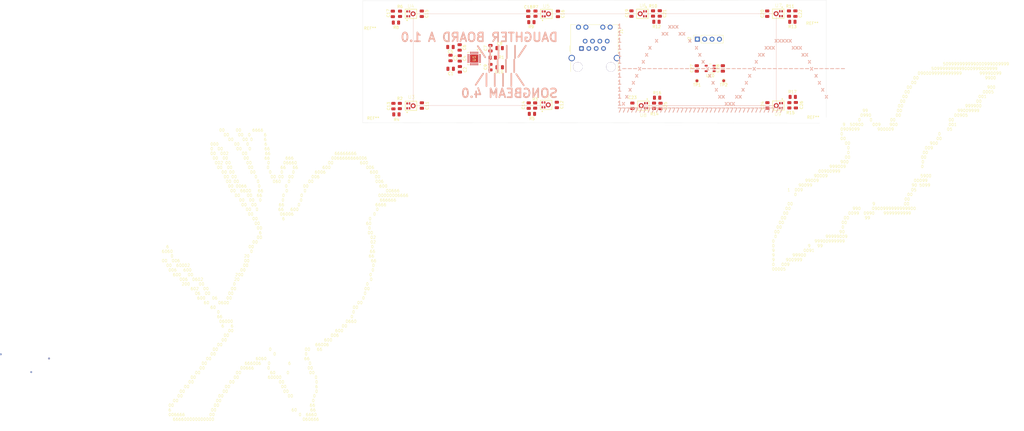
<source format=kicad_pcb>
(kicad_pcb (version 20241229) (generator "pcbnew") (generator_version "9.0")
  (title_block (title "Daughter Board A") (date "2026-01-06") (rev "1.0") (company "Royal Holloway") (comment 1 "Creative Commons Attribution 4.0 International License") (comment 2 "Sohil, Saaria., Lachlan, Robert.") (comment 3 "Q. Oliva, Marcos., Lies, Zandberg.,"))
  (layers (0 "F.Cu" signal) (2 "B.Cu" signal) (13 "F.Paste" user) (15 "B.Paste" user) (5 "F.SilkS" user "F.Silkscreen") (7 "B.SilkS" user "B.Silkscreen") (1 "F.Mask" user) (3 "B.Mask" user) (25 "Edge.Cuts" user))
  (net 0 "")
  (net 1 "GND")
  (net 2 "+1V8")
  (net 3 "Net-(U1-MICBIAS)")
  (net 4 "Net-(U1-AREG)")
  (net 5 "+3.3V")
  (net 6 "Net-(U1-VREF)")
  (net 7 "Net-(U1-DREG)")
  (net 8 "/SDA_SSZ")
  (net 9 "/FSYNC")
  (net 10 "/SHDNZ")
  (net 11 "/SCL_MOSI")
  (net 12 "/SDOUT")
  (net 13 "Net-(J2-Pin_2)")
  (net 14 "Net-(U1-PDMDIN3_GPI3)")
  (net 15 "Net-(J2-Pin_3)")
  (net 16 "Net-(J2-Pin_4)")
  (net 17 "Net-(U1-PDMDIN1_GPI1)")
  (net 18 "Net-(J2-Pin_1)")
  (net 19 "Net-(U1-PDMDIN4_GPI4)")
  (net 20 "Net-(U1-SDOUT)")
  (net 21 "Net-(U1-PDMCLK4_GPO4)")
  (net 22 "/BCLK")
  (net 23 "Net-(U1-PDMLK1_GPO1)")
  (net 24 "Net-(U1-PDMCLK3_GPO3)")
  (net 26 "Net-(U1-PDMLK2_GPO2)")
  (net 27 "Net-(U1-PDMDIN2_GPI2)")
  (footprint "Capacitor_SMD:C_0805_2012Metric" (layer "F.Cu") (at 161.35 111.701 90)
    (property "Reference" "C23" (at 2.875 0.05 0) (layer "F.SilkS"))
    (property "Value" "100nF" (hide yes))
    (pad "1" smd roundrect (at -0.95 0 90) (size 1 1.45) (layers "F.Cu" "F.Mask" "F.Paste") (net 2 "+1V8"))
    (pad "2" smd roundrect (at 0.95 0 90) (size 1 1.45) (layers "F.Cu" "F.Mask" "F.Paste") (net 1 "GND"))
  )
  (footprint "IM66D132H:IFX-PG-TLGA-5N-9-V" (layer "F.Cu") (at 131.278498 111.381027 90)
    (property "Reference" "U2" (at 2.162 -0.715 0) (layer "F.SilkS") (effects (font (size 1.18168 1.18168) (thickness 0.08832)) (justify left bottom)))
    (property "Value" "IM66D132H" (hide yes))
    (fp_circle (center 0 1.037) (end 0.6775 1.037) (stroke (width 0.37)) (fill no) (layer "F.Cu"))
    (pad "" np_thru_hole circle (at 0 1.037 90) (size 0.6 0.6) (drill 0.6) (layers "*.Cu" "*.Mask"))
    (pad "1" smd rect (at -0.838 -1.037) (size 0.54 0.75) (layers "F.Cu" "F.Mask") (net 15 "Net-(J2-Pin_3)"))
    (pad "2" smd rect (at -0.838 -0.215) (size 0.54 0.75) (layers "F.Cu" "F.Mask") (net 2 "+1V8"))
    (pad "3" smd roundrect (at 0 0.3595) (size 0.3 0.3) (layers "F.Cu") (roundrect_rratio 0.5) (net 1 "GND"))
    (pad "4" smd rect (at 0.838 -0.215) (size 0.54 0.75) (layers "F.Cu" "F.Mask") (net 24 "Net-(U1-PDMCLK3_GPO3)"))
    (pad "5" smd rect (at 0.838 -1.037) (size 0.54 0.75) (layers "F.Cu" "F.Mask") (net 2 "+1V8"))
  )
  (footprint "Capacitor_SMD:C_0805_2012Metric" (layer "F.Cu") (at 207.9 79.9 90)
    (property "Reference" "C20" (at 0 -1.68 90) (layer "F.SilkS"))
    (property "Value" "100nF" (hide yes))
    (pad "1" smd roundrect (at -0.95 0 90) (size 1 1.45) (layers "F.Cu" "F.Mask" "F.Paste") (net 2 "+1V8"))
    (pad "2" smd roundrect (at 0.95 0 90) (size 1 1.45) (layers "F.Cu" "F.Mask" "F.Paste") (net 1 "GND"))
  )
  (footprint "Capacitor_SMD:C_0805_2012Metric" (layer "F.Cu") (at 98.625 98.925 180)
    (property "Reference" "C1" (at 0 -1.68 0) (layer "F.SilkS"))
    (property "Value" "10uF" (hide yes))
    (pad "1" smd roundrect (at -0.95 0 180) (size 1 1.45) (layers "F.Cu" "F.Mask" "F.Paste") (net 2 "+1V8"))
    (pad "2" smd roundrect (at 0.95 0 180) (size 1 1.45) (layers "F.Cu" "F.Mask" "F.Paste") (net 1 "GND"))
  )
  (footprint "Resistor_SMD:R_0805_2012Metric" (layer "F.Cu") (at 126.4895 82.813)
    (property "Reference" "R9" (at -0.0875 1.626 0) (layer "F.SilkS"))
    (property "Value" "100K" (hide yes))
    (pad "1" smd roundrect (at -0.9125 0) (size 1.025 1.4) (layers "F.Cu" "F.Mask" "F.Paste") (roundrect_rratio 0.243902) (net 27 "Net-(U1-PDMDIN2_GPI2)"))
    (pad "2" smd roundrect (at 0.9125 0) (size 1.025 1.4) (layers "F.Cu" "F.Mask" "F.Paste") (roundrect_rratio 0.243902) (net 1 "GND"))
  )
  (footprint "Resistor_SMD:R_0805_2012Metric" (layer "F.Cu") (at 216.7125 108.625)
    (property "Reference" "R17" (at -0.1125 -1.75 0) (layer "F.SilkS"))
    (property "Value" "100K" (hide yes))
    (pad "1" smd roundrect (at -0.9125 0) (size 1.025 1.4) (layers "F.Cu" "F.Mask" "F.Paste") (roundrect_rratio 0.243902) (net 19 "Net-(U1-PDMDIN4_GPI4)"))
    (pad "2" smd roundrect (at 0.9125 0) (size 1.025 1.4) (layers "F.Cu" "F.Mask" "F.Paste") (roundrect_rratio 0.243902) (net 1 "GND"))
  )
  (footprint "Capacitor_SMD:C_0805_2012Metric" (layer "F.Cu") (at 135.265498 111.406027 90)
    (property "Reference" "C12" (at 0.05 1.7 90) (layer "F.SilkS"))
    (property "Value" "100nF" (hide yes))
    (pad "1" smd roundrect (at -0.95 0 90) (size 1 1.45) (layers "F.Cu" "F.Mask" "F.Paste") (net 2 "+1V8"))
    (pad "2" smd roundrect (at 0.95 0 90) (size 1 1.45) (layers "F.Cu" "F.Mask" "F.Paste") (net 1 "GND"))
  )
  (footprint "Resistor_SMD:R_0805_2012Metric" (layer "F.Cu") (at 169.653 82.699 180)
    (property "Reference" "R12" (at -0.0665 -1.687 0) (layer "F.SilkS"))
    (property "Value" "100R" (hide yes))
    (pad "1" smd roundrect (at -0.9125 0 180) (size 1.025 1.4) (layers "F.Cu" "F.Mask" "F.Paste") (roundrect_rratio 0.243902) (net 1 "GND"))
    (pad "2" smd roundrect (at 0.9125 0 180) (size 1.025 1.4) (layers "F.Cu" "F.Mask" "F.Paste") (roundrect_rratio 0.243902) (net 17 "Net-(U1-PDMDIN1_GPI1)"))
  )
  (footprint "Resistor_SMD:R_0805_2012Metric" (layer "F.Cu") (at 216.575 82.7)
    (property "Reference" "R13" (at 0.029 1.687 0) (layer "F.SilkS"))
    (property "Value" "100K" (hide yes))
    (pad "1" smd roundrect (at -0.9125 0) (size 1.025 1.4) (layers "F.Cu" "F.Mask" "F.Paste") (roundrect_rratio 0.243902) (net 17 "Net-(U1-PDMDIN1_GPI1)"))
    (pad "2" smd roundrect (at 0.9125 0) (size 1.025 1.4) (layers "F.Cu" "F.Mask" "F.Paste") (roundrect_rratio 0.243902) (net 1 "GND"))
  )
  (footprint "Capacitor_SMD:C_0805_2012Metric" (layer "F.Cu") (at 115.55 98.4)
    (property "Reference" "C10" (at -0.175 1.575 0) (layer "F.SilkS"))
    (property "Value" "1uF" (hide yes))
    (pad "1" smd roundrect (at -0.95 0) (size 1 1.45) (layers "F.Cu" "F.Mask" "F.Paste") (net 1 "GND"))
    (pad "2" smd roundrect (at 0.95 0) (size 1 1.45) (layers "F.Cu" "F.Mask" "F.Paste") (net 5 "+3.3V"))
  )
  (footprint "Capacitor_SMD:C_0805_2012Metric" (layer "F.Cu") (at 217.625 79.875 -90)
    (property "Reference" "C22" (at 0 -1.68 90) (layer "F.SilkS"))
    (property "Value" "47pF" (hide yes))
    (pad "1" smd roundrect (at -0.95 0 270) (size 1 1.45) (layers "F.Cu" "F.Mask" "F.Paste") (net 17 "Net-(U1-PDMDIN1_GPI1)"))
    (pad "2" smd roundrect (at 0.95 0 270) (size 1 1.45) (layers "F.Cu" "F.Mask" "F.Paste") (net 1 "GND"))
  )
  (footprint "Resistor_SMD:R_0805_2012Metric" (layer "F.Cu") (at 215.537 111.5245 90)
    (property "Reference" "R15" (at -2.5505 0.388 0) (layer "F.SilkS"))
    (property "Value" "100R" (hide yes))
    (pad "1" smd roundrect (at -0.9125 0 90) (size 1.025 1.4) (layers "F.Cu" "F.Mask" "F.Paste") (roundrect_rratio 0.243902) (net 19 "Net-(U1-PDMDIN4_GPI4)"))
    (pad "2" smd roundrect (at 0.9125 0 90) (size 1.025 1.4) (layers "F.Cu" "F.Mask" "F.Paste") (roundrect_rratio 0.243902) (net 16 "Net-(J2-Pin_4)"))
  )
  (footprint "Resistor_SMD:R_0805_2012Metric" (layer "F.Cu") (at 127.790498 111.606027 -90)
    (property "Reference" "R3" (at -2.156027 0.015498 0) (layer "F.SilkS"))
    (property "Value" "100R" (hide yes))
    (pad "1" smd roundrect (at -0.9125 0 270) (size 1.025 1.4) (layers "F.Cu" "F.Mask" "F.Paste") (roundrect_rratio 0.243902) (net 15 "Net-(J2-Pin_3)"))
    (pad "2" smd roundrect (at 0.9125 0 270) (size 1.025 1.4) (layers "F.Cu" "F.Mask" "F.Paste") (roundrect_rratio 0.243902) (net 14 "Net-(U1-PDMDIN3_GPI3)"))
  )
  (footprint "ul_LP5907MFX-1-2-NOPB:LP5907MFX-1.2&slash_NOPB" (layer "F.Cu") (at 188.200001 98.79705 180)
    (property "Reference" "U10" (at 0 -2.5 0) (layer "F.SilkS"))
    (property "Value" "LP5907MFX-1.8_NOPB" (hide yes))
    (pad "1" smd rect (at -1.375001 -0.950001 270) (size 0.599999 1.000001) (layers "F.Cu" "F.Mask" "F.Paste") (net 5 "+3.3V"))
    (pad "2" smd rect (at -1.375001 0 270) (size 0.599999 1.000001) (layers "F.Cu" "F.Mask" "F.Paste") (net 1 "GND"))
    (pad "3" smd rect (at -1.375001 0.949998 270) (size 0.599999 1.000001) (layers "F.Cu" "F.Mask" "F.Paste") (net 5 "+3.3V"))
    (pad "4" smd rect (at 1.374999 0.949998 270) (size 0.599999 1.000001) (layers "F.Cu" "F.Mask" "F.Paste"))
    (pad "5" smd rect (at 1.374999 -0.950001 270) (size 0.599999 1.000001) (layers "F.Cu" "F.Mask" "F.Paste") (net 2 "+1V8"))
  )
  (footprint "Capacitor_SMD:C_0805_2012Metric" (layer "F.Cu") (at 217.787 111.487 90)
    (property "Reference" "C26" (at 0.05 1.925 90) (layer "F.SilkS"))
    (property "Value" "47pF" (hide yes))
    (pad "1" smd roundrect (at -0.95 0 90) (size 1 1.45) (layers "F.Cu" "F.Mask" "F.Paste") (net 19 "Net-(U1-PDMDIN4_GPI4)"))
    (pad "2" smd roundrect (at 0.95 0 90) (size 1 1.45) (layers "F.Cu" "F.Mask" "F.Paste") (net 1 "GND"))
  )
  (footprint "Resistor_SMD:R_0805_2012Metric" (layer "F.Cu") (at 113.1625 95.075 180)
    (property "Reference" "R1" (at -2.9875 0.1 0) (layer "F.SilkS"))
    (property "Value" "100R" (hide yes))
    (pad "1" smd roundrect (at -0.9125 0 180) (size 1.025 1.4) (layers "F.Cu" "F.Mask" "F.Paste") (roundrect_rratio 0.243902) (net 12 "/SDOUT"))
    (pad "2" smd roundrect (at 0.9125 0 180) (size 1.025 1.4) (layers "F.Cu" "F.Mask" "F.Paste") (roundrect_rratio 0.243902) (net 20 "Net-(U1-SDOUT)"))
  )
  (footprint "Resistor_SMD:R_0805_2012Metric" (layer "F.Cu") (at 79.890998 114.656027)
    (property "Reference" "R4" (at 0.0625 1.825 0) (layer "F.SilkS"))
    (property "Value" "100K" (hide yes))
    (pad "1" smd roundrect (at -0.9125 0) (size 1.025 1.4) (layers "F.Cu" "F.Mask" "F.Paste") (roundrect_rratio 0.243902) (net 14 "Net-(U1-PDMDIN3_GPI3)"))
    (pad "2" smd roundrect (at 0.9125 0) (size 1.025 1.4) (layers "F.Cu" "F.Mask" "F.Paste") (roundrect_rratio 0.243902) (net 1 "GND"))
  )
  (footprint "Capacitor_SMD:C_0805_2012Metric" (layer "F.Cu") (at 170.803 79.824 -90)
    (property "Reference" "C21" (at 0 -1.68 90) (layer "F.SilkS"))
    (property "Value" "47pF" (hide yes))
    (pad "1" smd roundrect (at -0.95 0 270) (size 1 1.45) (layers "F.Cu" "F.Mask" "F.Paste") (net 17 "Net-(U1-PDMDIN1_GPI1)"))
    (pad "2" smd roundrect (at 0.95 0 270) (size 1 1.45) (layers "F.Cu" "F.Mask" "F.Paste") (net 1 "GND"))
  )
  (footprint "Capacitor_SMD:C_0805_2012Metric" (layer "F.Cu") (at 101.75 95.325 -90)
    (property "Reference" "C4" (at 0 -1.68 90) (layer "F.SilkS"))
    (property "Value" "1uF" (hide yes))
    (pad "1" smd roundrect (at -0.95 0 270) (size 1 1.45) (layers "F.Cu" "F.Mask" "F.Paste") (net 3 "Net-(U1-MICBIAS)"))
    (pad "2" smd roundrect (at 0.95 0 270) (size 1 1.45) (layers "F.Cu" "F.Mask" "F.Paste") (net 1 "GND"))
  )
  (footprint "Capacitor_SMD:C_0805_2012Metric" (layer "F.Cu") (at 125.402 79.925 90)
    (property "Reference" "C18" (at 2.324 0 180) (layer "F.SilkS"))
    (property "Value" "47pF" (hide yes))
    (pad "1" smd roundrect (at -0.95 0 90) (size 1 1.45) (layers "F.Cu" "F.Mask" "F.Paste") (net 27 "Net-(U1-PDMDIN2_GPI2)"))
    (pad "2" smd roundrect (at 0.95 0 90) (size 1 1.45) (layers "F.Cu" "F.Mask" "F.Paste") (net 1 "GND"))
  )
  (footprint "Capacitor_SMD:C_0805_2012Metric" (layer "F.Cu") (at 78.65 79.975 90)
    (property "Reference" "C17" (at 0.25 -1.55 90) (layer "F.SilkS"))
    (property "Value" "47pF" (hide yes))
    (pad "1" smd roundrect (at -0.95 0 90) (size 1 1.45) (layers "F.Cu" "F.Mask" "F.Paste") (net 27 "Net-(U1-PDMDIN2_GPI2)"))
    (pad "2" smd roundrect (at 0.95 0 90) (size 1 1.45) (layers "F.Cu" "F.Mask" "F.Paste") (net 1 "GND"))
  )
  (footprint "Capacitor_SMD:C_0805_2012Metric" (layer "F.Cu") (at 192.575 98.797049 90)
    (property "Reference" "C28" (at 0 -1.68 90) (layer "F.SilkS"))
    (property "Value" "1µF")
    (pad "1" smd roundrect (at -0.95 0 90) (size 1 1.45) (layers "F.Cu" "F.Mask" "F.Paste") (net 2 "+1V8"))
    (pad "2" smd roundrect (at 0.95 0 90) (size 1 1.45) (layers "F.Cu" "F.Mask" "F.Paste") (net 1 "GND"))
  )
  (footprint "MountingHole:MountingHole_3.2mm_M3" (layer "F.Cu") (at 72.3 80.45)
    (property "Reference" "REF**" (at -1.5 4.5 0) (layer "F.SilkS"))
    (property "Value" "MountingHole_3.2mm_M3" (hide yes))
    (pad "" np_thru_hole circle (at 0 0) (size 3.2 3.2) (drill 3.2) (layers "*.Cu" "*.Mask"))
  )
  (footprint "Resistor_SMD:R_0805_2012Metric" (layer "F.Cu") (at 168.478 79.8365 90)
    (property "Reference" "R10" (at 2.5625 0 0) (layer "F.SilkS"))
    (property "Value" "100R" (hide yes))
    (pad "1" smd roundrect (at -0.9125 0 90) (size 1.025 1.4) (layers "F.Cu" "F.Mask" "F.Paste") (roundrect_rratio 0.243902) (net 18 "Net-(J2-Pin_1)"))
    (pad "2" smd roundrect (at 0.9125 0 90) (size 1.025 1.4) (layers "F.Cu" "F.Mask" "F.Paste") (roundrect_rratio 0.243902) (net 17 "Net-(U1-PDMDIN1_GPI1)"))
  )
  (footprint "Capacitor_SMD:C_0805_2012Metric" (layer "F.Cu") (at 161.028 79.874 -90)
    (property "Reference" "C19" (at -0.124 1.578 90) (layer "F.SilkS"))
    (property "Value" "100nF" (hide yes))
    (pad "1" smd roundrect (at -0.95 0 270) (size 1 1.45) (layers "F.Cu" "F.Mask" "F.Paste") (net 2 "+1V8"))
    (pad "2" smd roundrect (at 0.95 0 270) (size 1 1.45) (layers "F.Cu" "F.Mask" "F.Paste") (net 1 "GND"))
  )
  (footprint "Capacitor_SMD:C_0805_2012Metric" (layer "F.Cu") (at 101.8 99.1 90)
    (property "Reference" "C2" (at -0.125 1.825 90) (layer "F.SilkS"))
    (property "Value" "100nF" (hide yes))
    (pad "1" smd roundrect (at -0.95 0 90) (size 1 1.45) (layers "F.Cu" "F.Mask" "F.Paste") (net 1 "GND"))
    (pad "2" smd roundrect (at 0.95 0 90) (size 1 1.45) (layers "F.Cu" "F.Mask" "F.Paste") (net 2 "+1V8"))
  )
  (footprint "Capacitor_SMD:C_0805_2012Metric" (layer "F.Cu") (at 78.853498 111.806027 -90)
    (property "Reference" "C13" (at -0.006027 1.628498 90) (layer "F.SilkS"))
    (property "Value" "47pF" (hide yes))
    (pad "1" smd roundrect (at -0.95 0 270) (size 1 1.45) (layers "F.Cu" "F.Mask" "F.Paste") (net 14 "Net-(U1-PDMDIN3_GPI3)"))
    (pad "2" smd roundrect (at 0.95 0 270) (size 1 1.45) (layers "F.Cu" "F.Mask" "F.Paste") (net 1 "GND"))
  )
  (footprint "Resistor_SMD:R_0805_2012Metric" (layer "F.Cu") (at 127.902 79.8875 -90)
    (property "Reference" "R7" (at -2.2865 0 0) (layer "F.SilkS"))
    (property "Value" "100R" (hide yes))
    (pad "1" smd roundrect (at -0.9125 0 270) (size 1.025 1.4) (layers "F.Cu" "F.Mask" "F.Paste") (roundrect_rratio 0.243902) (net 13 "Net-(J2-Pin_2)"))
    (pad "2" smd roundrect (at 0.9125 0 270) (size 1.025 1.4) (layers "F.Cu" "F.Mask" "F.Paste") (roundrect_rratio 0.243902) (net 27 "Net-(U1-PDMDIN2_GPI2)"))
  )
  (footprint "IM66D132H:IFX-PG-TLGA-5N-9-V" (layer "F.Cu") (at 131.365 79.975 90)
    (property "Reference" "U5" (at 2 -0.963 0) (layer "F.SilkS") (effects (font (size 1.18168 1.18168) (thickness 0.08832)) (justify left bottom)))
    (property "Value" "IM66D132H" (hide yes))
    (fp_circle (center 0 1.037) (end 0.6775 1.037) (stroke (width 0.37)) (fill no) (layer "F.Cu"))
    (pad "" np_thru_hole circle (at 0 1.037 90) (size 0.6 0.6) (drill 0.6) (layers "*.Cu" "*.Mask"))
    (pad "1" smd rect (at -0.838 -1.037) (size 0.54 0.75) (layers "F.Cu" "F.Mask") (net 13 "Net-(J2-Pin_2)"))
    (pad "2" smd rect (at -0.838 -0.215) (size 0.54 0.75) (layers "F.Cu" "F.Mask") (net 1 "GND"))
    (pad "3" smd roundrect (at 0 0.3595) (size 0.3 0.3) (layers "F.Cu") (roundrect_rratio 0.5) (net 1 "GND"))
    (pad "4" smd rect (at 0.838 -0.215) (size 0.54 0.75) (layers "F.Cu" "F.Mask") (net 26 "Net-(U1-PDMLK2_GPO2)"))
    (pad "5" smd rect (at 0.838 -1.037) (size 0.54 0.75) (layers "F.Cu" "F.Mask") (net 2 "+1V8"))
  )
  (footprint "Connector_RJ:RJ45_Molex_9346520x_Horizontal" (layer "F.Cu") (at 143.775 91.915)
    (property "Reference" "J1" (at 13.745 -5.95 90) (layer "F.SilkS"))
    (property "Value" "RJ45")
    (pad "" np_thru_hole circle (at -1.27 6.35) (size 3.26 3.26) (drill 3.25) (layers "*.Cu" "*.Mask"))
    (pad "" np_thru_hole circle (at 10.16 6.35) (size 3.26 3.26) (drill 3.25) (layers "*.Cu" "*.Mask"))
    (pad "2" thru_hole roundrect (at 0 0) (size 1.6 1.6) (drill 0.9) (layers "*.Cu" "*.Mask") (roundrect_rratio 0.15625) (net 22 "/BCLK"))
    (pad "3" thru_hole circle (at 1.27 -2.54) (size 1.6 1.6) (drill 0.9) (layers "*.Cu" "*.Mask") (net 12 "/SDOUT"))
    (pad "4" thru_hole circle (at 2.54 0) (size 1.6 1.6) (drill 0.9) (layers "*.Cu" "*.Mask") (net 8 "/SDA_SSZ"))
    (pad "5" thru_hole circle (at 3.81 -2.54) (size 1.6 1.6) (drill 0.9) (layers "*.Cu" "*.Mask") (net 11 "/SCL_MOSI"))
    (pad "6" thru_hole circle (at 5.08 0) (size 1.6 1.6) (drill 0.9) (layers "*.Cu" "*.Mask") (net 10 "/SHDNZ"))
    (pad "7" thru_hole circle (at 6.35 -2.54) (size 1.6 1.6) (drill 0.9) (layers "*.Cu" "*.Mask") (net 5 "+3.3V"))
    (pad "8" thru_hole circle (at 7.62 0) (size 1.6 1.6) (drill 0.9) (layers "*.Cu" "*.Mask") (net 1 "GND"))
    (pad "9" thru_hole circle (at 8.89 -2.54) (size 1.6 1.6) (drill 0.9) (layers "*.Cu" "*.Mask"))
    (pad "11" thru_hole circle (at -1.015 -7.37) (size 1.72 1.72) (drill 1.02) (layers "*.Cu" "*.Mask"))
    (pad "12" thru_hole circle (at 1.525 -7.37) (size 1.72 1.72) (drill 1.02) (layers "*.Cu" "*.Mask"))
    (pad "13" thru_hole circle (at 7.365 -7.37) (size 1.72 1.72) (drill 1.02) (layers "*.Cu" "*.Mask"))
    (pad "14" thru_hole circle (at 9.905 -7.37) (size 1.72 1.72) (drill 1.02) (layers "*.Cu" "*.Mask"))
    (pad "SH" thru_hole circle (at -3.35 3.3) (size 2.2 2.2) (drill 1.58) (layers "*.Cu" "*.Mask"))
    (pad "SH" thru_hole circle (at 12.24 3.3) (size 2.2 2.2) (drill 1.58) (layers "*.Cu" "*.Mask"))
  )
  (footprint "MountingHole:MountingHole_3.2mm_M3" (layer "F.Cu") (at 72.4 113.025)
    (property "Reference" "REF**" (at -0.5334 2.9718 0) (layer "F.SilkS"))
    (property "Value" "MountingHole_3.2mm_M3" (hide yes))
    (pad "" np_thru_hole circle (at 0 0) (size 3.2 3.2) (drill 3.2) (layers "*.Cu" "*.Mask"))
  )
  (footprint "Capacitor_SMD:C_0805_2012Metric" (layer "F.Cu") (at 88.678498 111.606027 90)
    (property "Reference" "C11" (at -0.043973 1.796502 90) (layer "F.SilkS"))
    (property "Value" "100nF" (hide yes))
    (pad "1" smd roundrect (at -0.95 0 90) (size 1 1.45) (layers "F.Cu" "F.Mask" "F.Paste") (net 2 "+1V8"))
    (pad "2" smd roundrect (at 0.95 0 90) (size 1 1.45) (layers "F.Cu" "F.Mask" "F.Paste") (net 1 "GND"))
  )
  (footprint "Capacitor_SMD:C_0805_2012Metric" (layer "F.Cu") (at 88.65 79.925 -90)
    (property "Reference" "C15" (at 0 -1.68 90) (layer "F.SilkS"))
    (property "Value" "100nF" (hide yes))
    (pad "1" smd roundrect (at -0.95 0 270) (size 1 1.45) (layers "F.Cu" "F.Mask" "F.Paste") (net 2 "+1V8"))
    (pad "2" smd roundrect (at 0.95 0 270) (size 1 1.45) (layers "F.Cu" "F.Mask" "F.Paste") (net 1 "GND"))
  )
  (footprint "Capacitor_SMD:C_0805_2012Metric" (layer "F.Cu") (at 207.962 111.562 90)
    (property "Reference" "C24" (at 0 -1.68 90) (layer "F.SilkS"))
    (property "Value" "100nF" (hide yes))
    (pad "1" smd roundrect (at -0.95 0 90) (size 1 1.45) (layers "F.Cu" "F.Mask" "F.Paste") (net 2 "+1V8"))
    (pad "2" smd roundrect (at 0.95 0 90) (size 1 1.45) (layers "F.Cu" "F.Mask" "F.Paste") (net 1 "GND"))
  )
  (footprint "Capacitor_SMD:C_0805_2012Metric" (layer "F.Cu") (at 98.55 91.4)
    (property "Reference" "C5" (at 0 1.625 0) (layer "F.SilkS"))
    (property "Value" "100nF" (hide yes))
    (pad "1" smd roundrect (at -0.95 0) (size 1 1.45) (layers "F.Cu" "F.Mask" "F.Paste") (net 1 "GND"))
    (pad "2" smd roundrect (at 0.95 0) (size 1 1.45) (layers "F.Cu" "F.Mask" "F.Paste") (net 4 "Net-(U1-AREG)"))
  )
  (footprint "IM66D132H:IFX-PG-TLGA-5N-9-V" (layer "F.Cu") (at 84.628498 111.706027 90)
    (property "Reference" "U3" (at 2.338 -0.785 0) (layer "F.SilkS") (effects (font (size 1.18168 1.18168) (thickness 0.08832)) (justify left bottom)))
    (property "Value" "IM66D132H" (hide yes))
    (fp_circle (center 0 1.037) (end 0.6775 1.037) (stroke (width 0.37)) (fill no) (layer "F.Cu"))
    (pad "" np_thru_hole circle (at 0 1.037 90) (size 0.6 0.6) (drill 0.6) (layers "*.Cu" "*.Mask"))
    (pad "1" smd rect (at -0.838 -1.037) (size 0.54 0.75) (layers "F.Cu" "F.Mask") (net 15 "Net-(J2-Pin_3)"))
    (pad "2" smd rect (at -0.838 -0.215) (size 0.54 0.75) (layers "F.Cu" "F.Mask") (net 1 "GND"))
    (pad "3" smd roundrect (at 0 0.3595) (size 0.3 0.3) (layers "F.Cu") (roundrect_rratio 0.5) (net 1 "GND"))
    (pad "4" smd rect (at 0.838 -0.215) (size 0.54 0.75) (layers "F.Cu" "F.Mask") (net 24 "Net-(U1-PDMCLK3_GPO3)"))
    (pad "5" smd rect (at 0.838 -1.037) (size 0.54 0.75) (layers "F.Cu" "F.Mask") (net 2 "+1V8"))
  )
  (footprint "IM66D132H:IFX-PG-TLGA-5N-9-V" (layer "F.Cu") (at 212.009 79.901 -90)
    (property "Reference" "U7" (at -2.14 1.463 0) (layer "F.SilkS") (effects (font (size 1.18168 1.18168) (thickness 0.08832)) (justify left bottom)))
    (property "Value" "IM66D132H" (hide yes))
    (fp_circle (center 0 1.037) (end 0.6775 1.037) (stroke (width 0.37)) (fill no) (layer "F.Cu"))
    (pad "" np_thru_hole circle (at 0 1.037 270) (size 0.6 0.6) (drill 0.6) (layers "*.Cu" "*.Mask"))
    (pad "1" smd rect (at -0.838 -1.037 180) (size 0.54 0.75) (layers "F.Cu" "F.Mask") (net 18 "Net-(J2-Pin_1)"))
    (pad "2" smd rect (at -0.838 -0.215 180) (size 0.54 0.75) (layers "F.Cu" "F.Mask") (net 1 "GND"))
    (pad "3" smd roundrect (at 0 0.3595 180) (size 0.3 0.3) (layers "F.Cu") (roundrect_rratio 0.5) (net 1 "GND"))
    (pad "4" smd rect (at 0.838 -0.215 180) (size 0.54 0.75) (layers "F.Cu" "F.Mask") (net 23 "Net-(U1-PDMLK1_GPO1)"))
    (pad "5" smd rect (at 0.838 -1.037 180) (size 0.54 0.75) (layers "F.Cu" "F.Mask") (net 2 "+1V8"))
  )
  (footprint "Capacitor_SMD:C_0805_2012Metric" (layer "F.Cu") (at 135.65 79.975 -90)
    (property "Reference" "C16" (at 0 -1.68 90) (layer "F.SilkS"))
    (property "Value" "100nF" (hide yes))
    (pad "1" smd roundrect (at -0.95 0 270) (size 1 1.45) (layers "F.Cu" "F.Mask" "F.Paste") (net 2 "+1V8"))
    (pad "2" smd roundrect (at 0.95 0 270) (size 1 1.45) (layers "F.Cu" "F.Mask" "F.Paste") (net 1 "GND"))
  )
  (footprint "Resistor_SMD:R_0805_2012Metric" (layer "F.Cu") (at 215.4 79.85 90)
    (property "Reference" "R11" (at 2.525 0.4 0) (layer "F.SilkS"))
    (property "Value" "100R" (hide yes))
    (pad "1" smd roundrect (at -0.9125 0 90) (size 1.025 1.4) (layers "F.Cu" "F.Mask" "F.Paste") (roundrect_rratio 0.243902) (net 18 "Net-(J2-Pin_1)"))
    (pad "2" smd roundrect (at 0.9125 0 90) (size 1.025 1.4) (layers "F.Cu" "F.Mask" "F.Paste") (roundrect_rratio 0.243902) (net 17 "Net-(U1-PDMDIN1_GPI1)"))
  )
  (footprint "PCMD3180IRTWR:PCMD3180IRTWR" (layer "F.Cu") (at 106.725 95.375 -90)
    (property "Reference" "U1" (at 0 0 90) (layer "F.SilkS"))
    (property "Value" "PCMD3180IRTWR" (hide yes))
    (fp_text user "*" (at -3.005099 -1.500378 90) (layer "F.SilkS"))
    (pad "1" smd rect (at -1.9661 -1.250315) (size 0.2548 0.807999) (layers "F.Cu" "F.Mask" "F.Paste") (net 2 "+1V8"))
    (pad "2" smd rect (at -1.9661 -0.750189) (size 0.2548 0.807999) (layers "F.Cu" "F.Mask" "F.Paste") (net 4 "Net-(U1-AREG)"))
    (pad "3" smd rect (at -1.9661 -0.250063) (size 0.2548 0.807999) (layers "F.Cu" "F.Mask" "F.Paste") (net 6 "Net-(U1-VREF)"))
    (pad "4" smd rect (at -1.9661 0.250063) (size 0.2548 0.807999) (layers "F.Cu" "F.Mask" "F.Paste") (net 1 "GND"))
    (pad "5" smd rect (at -1.9661 0.750189) (size 0.2548 0.807999) (layers "F.Cu" "F.Mask" "F.Paste") (net 3 "Net-(U1-MICBIAS)"))
    (pad "6" smd rect (at -1.9661 1.250315) (size 0.2548 0.807999) (layers "F.Cu" "F.Mask" "F.Paste") (net 17 "Net-(U1-PDMDIN1_GPI1)"))
    (pad "7" smd rect (at -1.250315 1.9661 270) (size 0.2548 0.807999) (layers "F.Cu" "F.Mask" "F.Paste") (net 23 "Net-(U1-PDMLK1_GPO1)"))
    (pad "8" smd rect (at -0.750189 1.9661 270) (size 0.2548 0.807999) (layers "F.Cu" "F.Mask" "F.Paste") (net 27 "Net-(U1-PDMDIN2_GPI2)"))
    (pad "9" smd rect (at -0.250063 1.9661 270) (size 0.2548 0.807999) (layers "F.Cu" "F.Mask" "F.Paste") (net 26 "Net-(U1-PDMLK2_GPO2)"))
    (pad "10" smd rect (at 0.250063 1.9661 270) (size 0.2548 0.807999) (layers "F.Cu" "F.Mask" "F.Paste") (net 14 "Net-(U1-PDMDIN3_GPI3)"))
    (pad "11" smd rect (at 0.750189 1.9661 270) (size 0.2548 0.807999) (layers "F.Cu" "F.Mask" "F.Paste") (net 24 "Net-(U1-PDMCLK3_GPO3)"))
    (pad "12" smd rect (at 1.250315 1.9661 270) (size 0.2548 0.807999) (layers "F.Cu" "F.Mask" "F.Paste") (net 19 "Net-(U1-PDMDIN4_GPI4)"))
    (pad "13" smd rect (at 1.9661 1.250315) (size 0.2548 0.807999) (layers "F.Cu" "F.Mask" "F.Paste") (net 21 "Net-(U1-PDMCLK4_GPO4)"))
    (pad "14" smd rect (at 1.9661 0.750189) (size 0.2548 0.807999) (layers "F.Cu" "F.Mask" "F.Paste") (net 10 "/SHDNZ"))
    (pad "15" smd rect (at 1.9661 0.250063) (size 0.2548 0.807999) (layers "F.Cu" "F.Mask" "F.Paste") (net 1 "GND"))
    (pad "16" smd rect (at 1.9661 -0.250063) (size 0.2548 0.807999) (layers "F.Cu" "F.Mask" "F.Paste") (net 1 "GND"))
    (pad "17" smd rect (at 1.9661 -0.750189) (size 0.2548 0.807999) (layers "F.Cu" "F.Mask" "F.Paste") (net 11 "/SCL_MOSI"))
    (pad "18" smd rect (at 1.9661 -1.250315) (size 0.2548 0.807999) (layers "F.Cu" "F.Mask" "F.Paste") (net 8 "/SDA_SSZ"))
    (pad "19" smd rect (at 1.250315 -1.9661 270) (size 0.2548 0.807999) (layers "F.Cu" "F.Mask" "F.Paste") (net 5 "+3.3V"))
    (pad "20" smd rect (at 0.750189 -1.9661 270) (size 0.2548 0.807999) (layers "F.Cu" "F.Mask" "F.Paste"))
    (pad "21" smd rect (at 0.250063 -1.9661 270) (size 0.2548 0.807999) (layers "F.Cu" "F.Mask" "F.Paste") (net 20 "Net-(U1-SDOUT)"))
    (pad "22" smd rect (at -0.250063 -1.9661 270) (size 0.2548 0.807999) (layers "F.Cu" "F.Mask" "F.Paste") (net 22 "/BCLK"))
    (pad "23" smd rect (at -0.750189 -1.9661 270) (size 0.2548 0.807999) (layers "F.Cu" "F.Mask" "F.Paste") (net 9 "/FSYNC"))
    (pad "24" smd rect (at -1.250315 -1.9661 270) (size 0.2548 0.807999) (layers "F.Cu" "F.Mask" "F.Paste") (net 7 "Net-(U1-DREG)"))
    (pad "25" smd rect (at 0 0 270) (size 2.794 2.794) (layers "F.Cu" "F.Mask" "F.Paste") (net 1 "GND"))
  )
  (footprint "Capacitor_SMD:C_0805_2012Metric" (layer "F.Cu") (at 115.525 91.775 180)
    (property "Reference" "C8" (at 0 1.55 0) (layer "F.SilkS"))
    (property "Value" "100nF" (hide yes))
    (pad "1" smd roundrect (at -0.95 0 180) (size 1 1.45) (layers "F.Cu" "F.Mask" "F.Paste") (net 7 "Net-(U1-DREG)"))
    (pad "2" smd roundrect (at 0.95 0 180) (size 1 1.45) (layers "F.Cu" "F.Mask" "F.Paste") (net 1 "GND"))
  )
  (footprint "Connector_PinSocket_2.54mm:PinSocket_1x04_P2.54mm_Vertical" (layer "F.Cu") (at 183.775 88.7 90)
    (property "Reference" "J2" (at 0 -2.77 90) (layer "F.SilkS"))
    (property "Value" "Conn_01x04" (hide yes))
    (pad "1" thru_hole rect (at 0 0 90) (size 1.7 1.7) (drill 1) (layers "*.Cu" "*.Mask") (net 18 "Net-(J2-Pin_1)"))
    (pad "2" thru_hole circle (at 0 2.54 90) (size 1.7 1.7) (drill 1) (layers "*.Cu" "*.Mask") (net 13 "Net-(J2-Pin_2)"))
    (pad "3" thru_hole circle (at 0 5.08 90) (size 1.7 1.7) (drill 1) (layers "*.Cu" "*.Mask") (net 15 "Net-(J2-Pin_3)"))
    (pad "4" thru_hole circle (at 0 7.62 90) (size 1.7 1.7) (drill 1) (layers "*.Cu" "*.Mask") (net 16 "Net-(J2-Pin_4)"))
  )
  (footprint "Capacitor_SMD:C_0805_2012Metric" (layer "F.Cu") (at 171.075 111.751 90)
    (property "Reference" "C25" (at -0.025 1.725 90) (layer "F.SilkS"))
    (property "Value" "47pF" (hide yes))
    (pad "1" smd roundrect (at -0.95 0 90) (size 1 1.45) (layers "F.Cu" "F.Mask" "F.Paste") (net 19 "Net-(U1-PDMDIN4_GPI4)"))
    (pad "2" smd roundrect (at 0.95 0 90) (size 1 1.45) (layers "F.Cu" "F.Mask" "F.Paste") (net 1 "GND"))
  )
  (footprint "Capacitor_SMD:C_0805_2012Metric" (layer "F.Cu") (at 125.565498 111.631027 90)
    (property "Reference" "C14" (at 0.131027 -1.815498 90) (layer "F.SilkS"))
    (property "Value" "47pF" (hide yes))
    (pad "1" smd roundrect (at -0.95 0 90) (size 1 1.45) (layers "F.Cu" "F.Mask" "F.Paste") (net 14 "Net-(U1-PDMDIN3_GPI3)"))
    (pad "2" smd roundrect (at 0.95 0 90) (size 1 1.45) (layers "F.Cu" "F.Mask" "F.Paste") (net 1 "GND"))
  )
  (footprint "IM66D132H:IFX-PG-TLGA-5N-9-V" (layer "F.Cu") (at 165.438 111.638 -90)
    (property "Reference" "U8" (at 4 1.574 0) (layer "F.SilkS") (effects (font (size 1.18168 1.18168) (thickness 0.08832)) (justify left bottom)))
    (property "Value" "IM66D132H" (hide yes))
    (fp_circle (center 0 1.037) (end 0.6775 1.037) (stroke (width 0.37)) (fill no) (layer "F.Cu"))
    (pad "" np_thru_hole circle (at 0 1.037 270) (size 0.6 0.6) (drill 0.6) (layers "*.Cu" "*.Mask"))
    (pad "1" smd rect (at -0.838 -1.037 180) (size 0.54 0.75) (layers "F.Cu" "F.Mask") (net 16 "Net-(J2-Pin_4)"))
    (pad "2" smd rect (at -0.838 -0.215 180) (size 0.54 0.75) (layers "F.Cu" "F.Mask") (net 2 "+1V8"))
    (pad "3" smd roundrect (at 0 0.3595 180) (size 0.3 0.3) (layers "F.Cu") (roundrect_rratio 0.5) (net 1 "GND"))
    (pad "4" smd rect (at 0.838 -0.215 180) (size 0.54 0.75) (layers "F.Cu" "F.Mask") (net 21 "Net-(U1-PDMCLK4_GPO4)"))
    (pad "5" smd rect (at 0.838 -1.037 180) (size 0.54 0.75) (layers "F.Cu" "F.Mask") (net 2 "+1V8"))
  )
  (footprint "IM66D132H:IFX-PG-TLGA-5N-9-V" (layer "F.Cu") (at 84.613 79.949 90)
    (property "Reference" "U4" (at 1.974 -0.963 0) (layer "F.SilkS") (effects (font (size 1.18168 1.18168) (thickness 0.08832)) (justify left bottom)))
    (property "Value" "IM66D132H" (hide yes))
    (fp_circle (center 0 1.037) (end 0.6775 1.037) (stroke (width 0.37)) (fill no) (layer "F.Cu"))
    (pad "" np_thru_hole circle (at 0 1.037 90) (size 0.6 0.6) (drill 0.6) (layers "*.Cu" "*.Mask"))
    (pad "1" smd rect (at -0.838 -1.037) (size 0.54 0.75) (layers "F.Cu" "F.Mask") (net 13 "Net-(J2-Pin_2)"))
    (pad "2" smd rect (at -0.838 -0.215) (size 0.54 0.75) (layers "F.Cu" "F.Mask") (net 2 "+1V8"))
    (pad "3" smd roundrect (at 0 0.3595) (size 0.3 0.3) (layers "F.Cu") (roundrect_rratio 0.5) (net 1 "GND"))
    (pad "4" smd rect (at 0.838 -0.215) (size 0.54 0.75) (layers "F.Cu" "F.Mask") (net 26 "Net-(U1-PDMLK2_GPO2)"))
    (pad "5" smd rect (at 0.838 -1.037) (size 0.54 0.75) (layers "F.Cu" "F.Mask") (net 2 "+1V8"))
  )
  (footprint "Resistor_SMD:R_0805_2012Metric" (layer "F.Cu") (at 81.15 79.9375 -90)
    (property "Reference" "R6" (at -2.4625 0 180) (layer "F.SilkS"))
    (property "Value" "100R" (hide yes))
    (pad "1" smd roundrect (at -0.9125 0 270) (size 1.025 1.4) (layers "F.Cu" "F.Mask" "F.Paste") (roundrect_rratio 0.243902) (net 13 "Net-(J2-Pin_2)"))
    (pad "2" smd roundrect (at 0.9125 0 270) (size 1.025 1.4) (layers "F.Cu" "F.Mask" "F.Paste") (roundrect_rratio 0.243902) (net 27 "Net-(U1-PDMDIN2_GPI2)"))
  )
  (footprint "Resistor_SMD:R_0805_2012Metric" (layer "F.Cu") (at 81.078498 111.768527 90)
    (property "Reference" "R2" (at 2.5745 0 0) (layer "F.SilkS"))
    (property "Value" "100R" (hide yes))
    (pad "1" smd roundrect (at -0.9125 0 90) (size 1.025 1.4) (layers "F.Cu" "F.Mask" "F.Paste") (roundrect_rratio 0.243902) (net 15 "Net-(J2-Pin_3)"))
    (pad "2" smd roundrect (at 0.9125 0 90) (size 1.025 1.4) (layers "F.Cu" "F.Mask" "F.Paste") (roundrect_rratio 0.243902) (net 14 "Net-(U1-PDMDIN3_GPI3)"))
  )
  (footprint "Capacitor_SMD:C_0805_2012Metric" (layer "F.Cu") (at 101.725 91.55 -90)
    (property "Reference" "C6" (at 0 -1.68 90) (layer "F.SilkS"))
    (property "Value" "10uF" (hide yes))
    (pad "1" smd roundrect (at -0.95 0 270) (size 1 1.45) (layers "F.Cu" "F.Mask" "F.Paste") (net 4 "Net-(U1-AREG)"))
    (pad "2" smd roundrect (at 0.95 0 270) (size 1 1.45) (layers "F.Cu" "F.Mask" "F.Paste") (net 1 "GND"))
  )
  (footprint "Capacitor_SMD:C_0805_2012Metric" (layer "F.Cu") (at 112.35 98.35 90)
    (property "Reference" "C9" (at 0 -1.68 90) (layer "F.SilkS"))
    (property "Value" "100nF" (hide yes))
    (pad "1" smd roundrect (at -0.95 0 90) (size 1 1.45) (layers "F.Cu" "F.Mask" "F.Paste") (net 5 "+3.3V"))
    (pad "2" smd roundrect (at 0.95 0 90) (size 1 1.45) (layers "F.Cu" "F.Mask" "F.Paste") (net 1 "GND"))
  )
  (footprint "IM66D132H:IFX-PG-TLGA-5N-9-V" (layer "F.Cu") (at 165.088 79.937 -90)
    (property "Reference" "U6" (at -2.14 1.389 0) (layer "F.SilkS") (effects (font (size 1.18168 1.18168) (thickness 0.08832)) (justify left bottom)))
    (property "Value" "IM66D132H" (hide yes))
    (fp_circle (center 0 1.037) (end 0.6775 1.037) (stroke (width 0.37)) (fill no) (layer "F.Cu"))
    (pad "" np_thru_hole circle (at 0 1.037 270) (size 0.6 0.6) (drill 0.6) (layers "*.Cu" "*.Mask"))
    (pad "1" smd rect (at -0.838 -1.037 180) (size 0.54 0.75) (layers "F.Cu" "F.Mask") (net 18 "Net-(J2-Pin_1)"))
    (pad "2" smd rect (at -0.838 -0.215 180) (size 0.54 0.75) (layers "F.Cu" "F.Mask") (net 2 "+1V8"))
    (pad "3" smd roundrect (at 0 0.3595 180) (size 0.3 0.3) (layers "F.Cu") (roundrect_rratio 0.5) (net 1 "GND"))
    (pad "4" smd rect (at 0.838 -0.215 180) (size 0.54 0.75) (layers "F.Cu" "F.Mask") (net 23 "Net-(U1-PDMLK1_GPO1)"))
    (pad "5" smd rect (at 0.838 -1.037 180) (size 0.54 0.75) (layers "F.Cu" "F.Mask") (net 2 "+1V8"))
  )
  (footprint "TestPoint:TestPoint_Pad_D1.0mm" (layer "F.Cu") (at 192.875 103.05 180)
    (property "Reference" "TP2" (at 0 -1.448 0) (layer "F.SilkS"))
    (property "Value" "TestPoint")
    (pad "1" smd circle (at 0 0 180) (size 1 1) (layers "F.Cu" "F.Mask") (net 2 "+1V8"))
  )
  (footprint "TestPoint:TestPoint_Pad_D1.0mm" (layer "F.Cu") (at 183.65 103.075 180)
    (property "Reference" "TP1" (at 0 -1.448 0) (layer "F.SilkS"))
    (property "Value" "TestPoint")
    (pad "1" smd circle (at 0 0 180) (size 1 1) (layers "F.Cu" "F.Mask") (net 5 "+3.3V"))
  )
  (footprint "MountingHole:MountingHole_3.2mm_M3" (layer "F.Cu") (at 224 80.25)
    (property "Reference" "REF**" (at -0.5334 2.9718 0) (layer "F.SilkS"))
    (property "Value" "MountingHole_3.2mm_M3" (hide yes))
    (pad "" np_thru_hole circle (at 0 0) (size 3.2 3.2) (drill 3.2) (layers "*.Cu" "*.Mask"))
  )
  (footprint "Resistor_SMD:R_0805_2012Metric" (layer "F.Cu") (at 79.7375 82.975)
    (property "Reference" "R8" (at 0.0375 1.7 0) (layer "F.SilkS"))
    (property "Value" "100K" (hide yes))
    (pad "1" smd roundrect (at -0.9125 0) (size 1.025 1.4) (layers "F.Cu" "F.Mask" "F.Paste") (roundrect_rratio 0.243902) (net 27 "Net-(U1-PDMDIN2_GPI2)"))
    (pad "2" smd roundrect (at 0.9125 0) (size 1.025 1.4) (layers "F.Cu" "F.Mask" "F.Paste") (roundrect_rratio 0.243902) (net 1 "GND"))
  )
  (footprint "MountingHole:MountingHole_3.2mm_M3" (layer "F.Cu") (at 224.3 112.725)
    (property "Reference" "REF**" (at -0.5334 2.9718 0) (layer "F.SilkS"))
    (property "Value" "MountingHole_3.2mm_M3" (hide yes))
    (pad "" np_thru_hole circle (at 0 0) (size 3.2 3.2) (drill 3.2) (layers "*.Cu" "*.Mask"))
  )
  (footprint "Capacitor_SMD:C_0805_2012Metric" (layer "F.Cu") (at 112.3589 91.800189 90)
    (property "Reference" "C7" (at 0 -1.68 90) (layer "F.SilkS"))
    (property "Value" "10uF" (hide yes))
    (pad "1" smd roundrect (at -0.95 0 90) (size 1 1.45) (layers "F.Cu" "F.Mask" "F.Paste") (net 1 "GND"))
    (pad "2" smd roundrect (at 0.95 0 90) (size 1 1.45) (layers "F.Cu" "F.Mask" "F.Paste") (net 7 "Net-(U1-DREG)"))
  )
  (footprint "Resistor_SMD:R_0805_2012Metric" (layer "F.Cu") (at 126.677998 114.481027 180)
    (property "Reference" "R5" (at 0 -1.65 0) (layer "F.SilkS"))
    (property "Value" "100K" (hide yes))
    (pad "1" smd roundrect (at -0.9125 0 180) (size 1.025 1.4) (layers "F.Cu" "F.Mask" "F.Paste") (roundrect_rratio 0.243902) (net 14 "Net-(U1-PDMDIN3_GPI3)"))
    (pad "2" smd roundrect (at 0.9125 0 180) (size 1.025 1.4) (layers "F.Cu" "F.Mask" "F.Paste") (roundrect_rratio 0.243902) (net 1 "GND"))
  )
  (footprint "IM66D132H:IFX-PG-TLGA-5N-9-V" (layer "F.Cu") (at 212.05 111.625 -90)
    (property "Reference" "U9" (at 3.625 1.75 0) (layer "F.SilkS") (effects (font (size 1.18168 1.18168) (thickness 0.08832)) (justify left bottom)))
    (property "Value" "IM66D132H" (hide yes))
    (fp_circle (center 0 1.037) (end 0.6775 1.037) (stroke (width 0.37)) (fill no) (layer "F.Cu"))
    (pad "" np_thru_hole circle (at 0 1.037 270) (size 0.6 0.6) (drill 0.6) (layers "*.Cu" "*.Mask"))
    (pad "1" smd rect (at -0.838 -1.037 180) (size 0.54 0.75) (layers "F.Cu" "F.Mask") (net 16 "Net-(J2-Pin_4)"))
    (pad "2" smd rect (at -0.838 -0.215 180) (size 0.54 0.75) (layers "F.Cu" "F.Mask") (net 1 "GND"))
    (pad "3" smd roundrect (at 0 0.3595 180) (size 0.3 0.3) (layers "F.Cu") (roundrect_rratio 0.5) (net 1 "GND"))
    (pad "4" smd rect (at 0.838 -0.215 180) (size 0.54 0.75) (layers "F.Cu" "F.Mask") (net 21 "Net-(U1-PDMCLK4_GPO4)"))
    (pad "5" smd rect (at 0.838 -1.037 180) (size 0.54 0.75) (layers "F.Cu" "F.Mask") (net 2 "+1V8"))
  )
  (footprint "Capacitor_SMD:C_0805_2012Metric" (layer "F.Cu") (at 98.575 95.2 -90)
    (property "Reference" "C3" (at 0 -1.68 90) (layer "F.SilkS"))
    (property "Value" "1uF" (hide yes))
    (pad "1" smd roundrect (at -0.95 0 270) (size 1 1.45) (layers "F.Cu" "F.Mask" "F.Paste") (net 6 "Net-(U1-VREF)"))
    (pad "2" smd roundrect (at 0.95 0 270) (size 1 1.45) (layers "F.Cu" "F.Mask" "F.Paste") (net 1 "GND"))
  )
  (footprint "Capacitor_SMD:C_0805_2012Metric" (layer "F.Cu") (at 183.575 98.797049 90)
    (property "Reference" "C27" (at 0 -1.68 90) (layer "F.SilkS"))
    (property "Value" "1µF")
    (pad "1" smd roundrect (at -0.95 0 90) (size 1 1.45) (layers "F.Cu" "F.Mask" "F.Paste") (net 1 "GND"))
    (pad "2" smd roundrect (at 0.95 0 90) (size 1 1.45) (layers "F.Cu" "F.Mask" "F.Paste") (net 5 "+3.3V"))
  )
  (footprint "Resistor_SMD:R_0805_2012Metric" (layer "F.Cu") (at 169.8875 108.9)
    (property "Reference" "R16" (at 0 -1.65 0) (layer "F.SilkS"))
    (property "Value" "100K" (hide yes))
    (pad "1" smd roundrect (at -0.9125 0) (size 1.025 1.4) (layers "F.Cu" "F.Mask" "F.Paste") (roundrect_rratio 0.243902) (net 19 "Net-(U1-PDMDIN4_GPI4)"))
    (pad "2" smd roundrect (at 0.9125 0) (size 1.025 1.4) (layers "F.Cu" "F.Mask" "F.Paste") (roundrect_rratio 0.243902) (net 1 "GND"))
  )
  (footprint "Resistor_SMD:R_0805_2012Metric" (layer "F.Cu") (at 168.825 111.676 90)
    (property "Reference" "R14" (at -2.825 0.15 0) (layer "F.SilkS"))
    (property "Value" "100R" (hide yes))
    (pad "1" smd roundrect (at -0.9125 0 90) (size 1.025 1.4) (layers "F.Cu" "F.Mask" "F.Paste") (roundrect_rratio 0.243902) (net 19 "Net-(U1-PDMDIN4_GPI4)"))
    (pad "2" smd roundrect (at 0.9125 0 90) (size 1.025 1.4) (layers "F.Cu" "F.Mask" "F.Paste") (roundrect_rratio 0.243902) (net 16 "Net-(J2-Pin_4)"))
  )
  (gr_line (start 85.675 110.9) (end 85.675 80.9) (stroke (width 0.1)) (layer "B.SilkS"))
  (gr_line (start 210.203498 111.631027) (end 165.203498 111.631027) (stroke (width 0.1)) (layer "B.SilkS"))
  (gr_line (start 165 79.875) (end 210 79.875) (stroke (width 0.1)) (layer "B.SilkS"))
  (gr_line (start 211 110.7) (end 211 80.7) (stroke (width 0.1)) (layer "B.SilkS"))
  (gr_line (start 86.575 111.6) (end 131.575 111.6) (stroke (width 0.1)) (layer "B.SilkS"))
  (gr_line (start 210.203498 111.631027) (end 165.203498 111.631027) (stroke (width 0.1)) (layer "B.SilkS"))
  (gr_line (start 86.65 79.975) (end 131.65 79.975) (stroke (width 0.1)) (layer "B.SilkS"))
  (gr_line (start 133.15 79.975) (end 163.15 79.975) (stroke (width 0.1)) (layer "B.SilkS"))
  (gr_line (start 68.225 75.55) (end 68.225 117.55) (stroke (width 0.05)) (layer "Edge.Cuts"))
  (gr_line (start 68.125 75.375) (end 228.275 75.275) (stroke (width 0.05)) (layer "Edge.Cuts"))
  (gr_line (start 228.25 115.7) (end 228.25 75.2) (stroke (width 0.05)) (layer "Edge.Cuts"))
  (gr_line (start 68.225 117.55) (end 225.975 117.65) (stroke (width 0.05)) (layer "Edge.Cuts"))
  (gr_text "															509999999999000999009999	\n														509999999999000999009999         \n                                                                   0900099999999999        99990099     \n                                                                 00                              9900   \n                                                                00                                      \n                                                              00                                  900   \n                                                             00                                 0005    \n                                                            00                                001       \n                                                           00                                00         \n                                                          00                            999900          \n                                          99             00                         99009999            \n                                         0990           00                        00905                 \n                                        0    0        00                        00                      \n                                 9  50900    009    900                       001                       \n                                0909099        900009                        05                         \n                                0                                           0                           \n                                00                                         00                           \n                                  00                                    900                             \n                                   0                                  009                               \n                                   0                                 00                                 \n                                  00                                00                                  \n                                900                                 0                                   \n                           999009                                  0                                    \n                      00900999                                                                          \n                    90009                                          5900                                 \n                99009                                           00099                                   \n             90099                                             90 5099                                  \n        1  009                                                 05                                       \n           0                                                  00                                        \n                                                             00                                         \n        00                                    9             00                                          \n       00                            990     0900999999999900                                           \n      00                           0099  0990    9999999999                                             \n     00                          00       99                                                            \n    00                          00                                                                      \n   00                           0                                                                       \n  00                           90                                                                       \n  0                      99999009                                                                       \n 0                  99900999999                                                                         \n 0               9   99                                                                                 \n 9             0091                                                                                     \n 9        99900                                                                                         \n 9     900999                                                                                           \n 0   009                                                                                                \n 00005  " (at 208.7 168.675 0) (layer "F.SilkS") (effects (font (size 1 1) (thickness 0.1)) (justify left bottom)))
  (gr_text "                                                                                                        \n                           00     00     6666                                                         \n                             00    00  0      6                                                        \n                               00    00 0     6                                                        \n                       000       00   0       6                                                        \n                       0  00      00   0      66                                                        \n                       00  002      00        66                             66666666                   \n                        00  00       00       66       666                 0066666666006                \n                         002 00       00       0      06660              00            600              \n                          00  00       00      0     66   66           600                006           \n                            00 00       00      0    0    0         6006                    600         \n                             00 00        0      00 00  00        006                         00        \n                              00 00        0      060   0        00                            006      \n                               00 0066     0           0       00                                600    \n                                00  6600   66          0       0                                    00666\n                                  00   00  66         0       0                                  00000006666    \n                                    00  00  0         0       0                                   666666 \n                                     00  00          66      0                                  6666      \n                                       00  0         66   600                                   0       \n                                        00            06006                                    0        \n                                          00           6                                      0         \n                                           00                                                60         \n                                            00                                                0         \n                                             6                                                00        \n                                            00                                                 02       \n                                          00                                                   02       \n   6                                    00                                                     0        \n 6060                                   0                                                     66        \n     0                                20                                                      66        \n 00  006                             00                                                       66        \n   00  60002                        00                                                        0         \n    006   600                      00                                                         0         \n      600   00                   200                                                         0          \n         006  0602              20                                                           0          \n          200    00             0                                                           0           \n              602  00          00                                                          00           \n                06  00        00                                                           0            \n                 600   06    00                                                           0             \n                    60    0600                                                          00              \n                       60                                                              00               \n                          0                                                            0                \n                          66                                                          0                 \n                           06000                                                   0660                 \n                            6   6                                                 00                    \n                               00                                              600                      \n                             00                                              006                        \n                            00                                            600                           \n                          00                                          66006                             \n                        00                       0               00   66                                \n                       00                          0             0                                      \n                     00                    6060                 66                                      \n                   00                 666006   0        6        0                                      \n                  00                00666      0                 00                                     \n                00                00             60     0         00                                    \n              00                 00             60000               0                                   \n             00                00                    00              0                                  \n           00                00                       00             6                                  \n         00                 00                         00            0                                  \n        00                00                             00         0                                   \n      00                 00                                         0                                   \n    00                  00                                         66                                   \n    6                  00                                  60      66                                   \n    006666           00                                      0  6660                                    \n      666600000000000                                        060666 \n                                                                                                        \n                                       " (at -1.925 223.725 0) (layer "F.SilkS") (effects (font (size 1 1) (thickness 0.1)) (justify left bottom)))
  (gr_text "	1              xxx\n	1            xx   xx\n	1          x         x                         xxxxx\n	1        x             x                    xxx     xxx\n	1       x               x                 xx           xx\n	1      x                 x               x               x\n	1---x------------x--------x----------x------\n	1    x                     x           x                   x\n	1   x                       x         x                     x\n	1  x                         x       x                       x\n	1 x                           xx   xx                         x\n	1x                              xxx                            	\n	7777777777777777777777777777777777777777" (at 150.4 114.125 0) (layer "B.SilkS") (effects (font (size 1.5 1.5) (thickness 0.3) (bold yes)) (justify left bottom)))
  (gr_text "DAUGHTER BOARD A 1.0\n	\\||||/\n	 ||||\n     /||||\\\nSONGBEAM 4.0\n" (at 135.95 109.125 0) (layer "B.SilkS") (effects (font (size 3 3) (thickness 0.6) (bold yes)) (justify left bottom mirror)))
  (via (at -40.025 198.925) (size 0.6) (drill 0.3) (layers "F.Cu" "B.Cu") (net 0))
  (via (at -46.175 203.625) (size 0.6) (drill 0.3) (layers "F.Cu" "B.Cu") (net 0))
  (via (at -56.65 197.475) (size 0.6) (drill 0.3) (layers "F.Cu" "B.Cu") (net 0))
)
</source>
